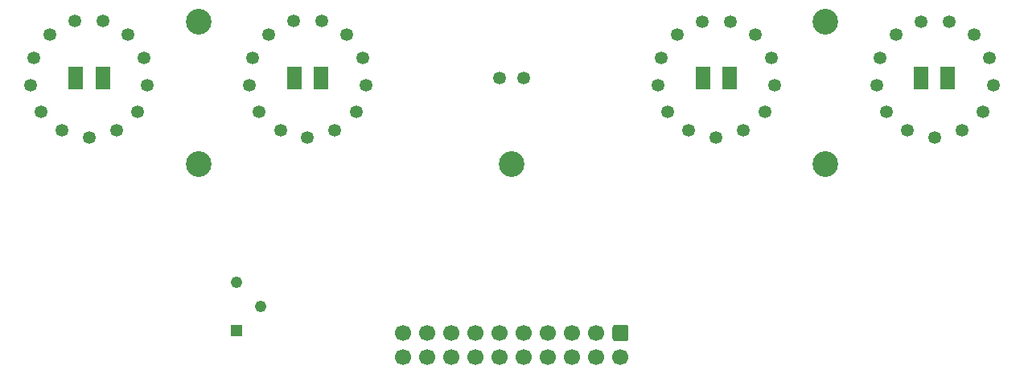
<source format=gts>
G04 #@! TF.GenerationSoftware,KiCad,Pcbnew,(5.1.7)-1*
G04 #@! TF.CreationDate,2021-11-14T22:53:26-06:00*
G04 #@! TF.ProjectId,in14-socket,696e3134-2d73-46f6-936b-65742e6b6963,rev?*
G04 #@! TF.SameCoordinates,Original*
G04 #@! TF.FileFunction,Soldermask,Top*
G04 #@! TF.FilePolarity,Negative*
%FSLAX46Y46*%
G04 Gerber Fmt 4.6, Leading zero omitted, Abs format (unit mm)*
G04 Created by KiCad (PCBNEW (5.1.7)-1) date 2021-11-14 22:53:26*
%MOMM*%
%LPD*%
G01*
G04 APERTURE LIST*
%ADD10C,1.346200*%
%ADD11C,2.700000*%
%ADD12C,1.700000*%
%ADD13R,1.600200X2.387600*%
%ADD14R,1.222000X1.222000*%
%ADD15C,1.222000*%
G04 APERTURE END LIST*
D10*
X141375280Y-104478780D03*
X135624720Y-104478780D03*
X138500000Y-105187440D03*
X132355740Y-99744220D03*
X132713880Y-96805440D03*
X134395360Y-94367040D03*
X137019180Y-92990360D03*
X139980820Y-92990360D03*
X142604640Y-94367040D03*
X144286120Y-96805440D03*
X144644260Y-99744220D03*
X143592700Y-102515360D03*
X133407300Y-102515360D03*
X184380280Y-104483980D03*
X178629720Y-104483980D03*
X181505000Y-105192640D03*
X175360740Y-99749420D03*
X175718880Y-96810640D03*
X177400360Y-94372240D03*
X180024180Y-92995560D03*
X182985820Y-92995560D03*
X185609640Y-94372240D03*
X187291120Y-96810640D03*
X187649260Y-99749420D03*
X186597700Y-102520560D03*
X176412300Y-102520560D03*
X207380280Y-104483980D03*
X201629720Y-104483980D03*
X204505000Y-105192640D03*
X198360740Y-99749420D03*
X198718880Y-96810640D03*
X200400360Y-94372240D03*
X203024180Y-92995560D03*
X205985820Y-92995560D03*
X208609640Y-94372240D03*
X210291120Y-96810640D03*
X210649260Y-99749420D03*
X209597700Y-102520560D03*
X199412300Y-102520560D03*
X118375280Y-104478780D03*
X112624720Y-104478780D03*
X115500000Y-105187440D03*
X109355740Y-99744220D03*
X109713880Y-96805440D03*
X111395360Y-94367040D03*
X114019180Y-92990360D03*
X116980820Y-92990360D03*
X119604640Y-94367040D03*
X121286120Y-96805440D03*
X121644260Y-99744220D03*
X120592700Y-102515360D03*
X110407300Y-102515360D03*
D11*
X193000000Y-93000000D03*
X193000000Y-108000000D03*
X160000000Y-108000000D03*
X127000000Y-93000000D03*
X127000000Y-108000000D03*
D12*
X148570000Y-128330000D03*
X151110000Y-128330000D03*
X153650000Y-128330000D03*
X156190000Y-128330000D03*
X158730000Y-128330000D03*
X161270000Y-128330000D03*
X163810000Y-128330000D03*
X166350000Y-128330000D03*
X168890000Y-128330000D03*
X171430000Y-128330000D03*
X148570000Y-125790000D03*
X151110000Y-125790000D03*
X153650000Y-125790000D03*
X156190000Y-125790000D03*
X158730000Y-125790000D03*
X161270000Y-125790000D03*
X163810000Y-125790000D03*
X166350000Y-125790000D03*
X168890000Y-125790000D03*
G36*
G01*
X172030000Y-126640000D02*
X170830000Y-126640000D01*
G75*
G02*
X170580000Y-126390000I0J250000D01*
G01*
X170580000Y-125190000D01*
G75*
G02*
X170830000Y-124940000I250000J0D01*
G01*
X172030000Y-124940000D01*
G75*
G02*
X172280000Y-125190000I0J-250000D01*
G01*
X172280000Y-126390000D01*
G75*
G02*
X172030000Y-126640000I-250000J0D01*
G01*
G37*
D10*
X158730000Y-99000000D03*
X161270000Y-99000000D03*
D13*
X114080000Y-98994800D03*
X116930000Y-98994800D03*
X137080000Y-98994800D03*
X139930000Y-98994800D03*
X180075000Y-99000000D03*
X182925000Y-99000000D03*
X203075000Y-99000000D03*
X205815000Y-99000000D03*
D14*
X131000000Y-125540000D03*
D15*
X133540000Y-123000000D03*
X131000000Y-120460000D03*
M02*

</source>
